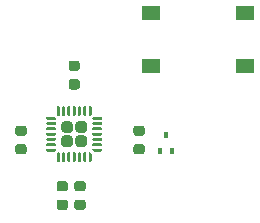
<source format=gbr>
G04 #@! TF.GenerationSoftware,KiCad,Pcbnew,(5.1.8)-1*
G04 #@! TF.CreationDate,2021-01-19T07:45:21+02:00*
G04 #@! TF.ProjectId,reverse,72657665-7273-4652-9e6b-696361645f70,rev?*
G04 #@! TF.SameCoordinates,Original*
G04 #@! TF.FileFunction,Paste,Top*
G04 #@! TF.FilePolarity,Positive*
%FSLAX46Y46*%
G04 Gerber Fmt 4.6, Leading zero omitted, Abs format (unit mm)*
G04 Created by KiCad (PCBNEW (5.1.8)-1) date 2021-01-19 07:45:21*
%MOMM*%
%LPD*%
G01*
G04 APERTURE LIST*
%ADD10R,0.400000X0.510000*%
%ADD11C,0.100000*%
%ADD12R,1.550000X1.300000*%
G04 APERTURE END LIST*
D10*
X149250000Y-60900000D03*
X148250000Y-60900000D03*
X148750000Y-59600000D03*
D11*
G36*
X139724693Y-57151201D02*
G01*
X139736418Y-57154758D01*
X139747223Y-57160533D01*
X139756694Y-57168306D01*
X139764467Y-57177777D01*
X139770242Y-57188582D01*
X139773799Y-57200307D01*
X139775000Y-57212500D01*
X139775000Y-57887500D01*
X139773799Y-57899693D01*
X139770242Y-57911418D01*
X139764467Y-57922223D01*
X139756694Y-57931694D01*
X139747223Y-57939467D01*
X139736418Y-57945242D01*
X139724693Y-57948799D01*
X139712500Y-57950000D01*
X139650888Y-57950000D01*
X139638695Y-57948799D01*
X139626970Y-57945242D01*
X139616165Y-57939467D01*
X139606694Y-57931694D01*
X139543306Y-57868306D01*
X139535533Y-57858835D01*
X139529758Y-57848030D01*
X139526201Y-57836305D01*
X139525000Y-57824112D01*
X139525000Y-57212500D01*
X139526201Y-57200307D01*
X139529758Y-57188582D01*
X139535533Y-57177777D01*
X139543306Y-57168306D01*
X139552777Y-57160533D01*
X139563582Y-57154758D01*
X139575307Y-57151201D01*
X139587500Y-57150000D01*
X139712500Y-57150000D01*
X139724693Y-57151201D01*
G37*
G36*
G01*
X139975000Y-57887500D02*
X139975000Y-57212500D01*
G75*
G02*
X140037500Y-57150000I62500J0D01*
G01*
X140162500Y-57150000D01*
G75*
G02*
X140225000Y-57212500I0J-62500D01*
G01*
X140225000Y-57887500D01*
G75*
G02*
X140162500Y-57950000I-62500J0D01*
G01*
X140037500Y-57950000D01*
G75*
G02*
X139975000Y-57887500I0J62500D01*
G01*
G37*
G36*
G01*
X140425000Y-57887500D02*
X140425000Y-57212500D01*
G75*
G02*
X140487500Y-57150000I62500J0D01*
G01*
X140612500Y-57150000D01*
G75*
G02*
X140675000Y-57212500I0J-62500D01*
G01*
X140675000Y-57887500D01*
G75*
G02*
X140612500Y-57950000I-62500J0D01*
G01*
X140487500Y-57950000D01*
G75*
G02*
X140425000Y-57887500I0J62500D01*
G01*
G37*
G36*
G01*
X140875000Y-57887500D02*
X140875000Y-57212500D01*
G75*
G02*
X140937500Y-57150000I62500J0D01*
G01*
X141062500Y-57150000D01*
G75*
G02*
X141125000Y-57212500I0J-62500D01*
G01*
X141125000Y-57887500D01*
G75*
G02*
X141062500Y-57950000I-62500J0D01*
G01*
X140937500Y-57950000D01*
G75*
G02*
X140875000Y-57887500I0J62500D01*
G01*
G37*
G36*
G01*
X141325000Y-57887500D02*
X141325000Y-57212500D01*
G75*
G02*
X141387500Y-57150000I62500J0D01*
G01*
X141512500Y-57150000D01*
G75*
G02*
X141575000Y-57212500I0J-62500D01*
G01*
X141575000Y-57887500D01*
G75*
G02*
X141512500Y-57950000I-62500J0D01*
G01*
X141387500Y-57950000D01*
G75*
G02*
X141325000Y-57887500I0J62500D01*
G01*
G37*
G36*
G01*
X141775000Y-57887500D02*
X141775000Y-57212500D01*
G75*
G02*
X141837500Y-57150000I62500J0D01*
G01*
X141962500Y-57150000D01*
G75*
G02*
X142025000Y-57212500I0J-62500D01*
G01*
X142025000Y-57887500D01*
G75*
G02*
X141962500Y-57950000I-62500J0D01*
G01*
X141837500Y-57950000D01*
G75*
G02*
X141775000Y-57887500I0J62500D01*
G01*
G37*
G36*
X142424693Y-57151201D02*
G01*
X142436418Y-57154758D01*
X142447223Y-57160533D01*
X142456694Y-57168306D01*
X142464467Y-57177777D01*
X142470242Y-57188582D01*
X142473799Y-57200307D01*
X142475000Y-57212500D01*
X142475000Y-57824112D01*
X142473799Y-57836305D01*
X142470242Y-57848030D01*
X142464467Y-57858835D01*
X142456694Y-57868306D01*
X142393306Y-57931694D01*
X142383835Y-57939467D01*
X142373030Y-57945242D01*
X142361305Y-57948799D01*
X142349112Y-57950000D01*
X142287500Y-57950000D01*
X142275307Y-57948799D01*
X142263582Y-57945242D01*
X142252777Y-57939467D01*
X142243306Y-57931694D01*
X142235533Y-57922223D01*
X142229758Y-57911418D01*
X142226201Y-57899693D01*
X142225000Y-57887500D01*
X142225000Y-57212500D01*
X142226201Y-57200307D01*
X142229758Y-57188582D01*
X142235533Y-57177777D01*
X142243306Y-57168306D01*
X142252777Y-57160533D01*
X142263582Y-57154758D01*
X142275307Y-57151201D01*
X142287500Y-57150000D01*
X142412500Y-57150000D01*
X142424693Y-57151201D01*
G37*
G36*
X143299693Y-58026201D02*
G01*
X143311418Y-58029758D01*
X143322223Y-58035533D01*
X143331694Y-58043306D01*
X143339467Y-58052777D01*
X143345242Y-58063582D01*
X143348799Y-58075307D01*
X143350000Y-58087500D01*
X143350000Y-58212500D01*
X143348799Y-58224693D01*
X143345242Y-58236418D01*
X143339467Y-58247223D01*
X143331694Y-58256694D01*
X143322223Y-58264467D01*
X143311418Y-58270242D01*
X143299693Y-58273799D01*
X143287500Y-58275000D01*
X142612500Y-58275000D01*
X142600307Y-58273799D01*
X142588582Y-58270242D01*
X142577777Y-58264467D01*
X142568306Y-58256694D01*
X142560533Y-58247223D01*
X142554758Y-58236418D01*
X142551201Y-58224693D01*
X142550000Y-58212500D01*
X142550000Y-58150888D01*
X142551201Y-58138695D01*
X142554758Y-58126970D01*
X142560533Y-58116165D01*
X142568306Y-58106694D01*
X142631694Y-58043306D01*
X142641165Y-58035533D01*
X142651970Y-58029758D01*
X142663695Y-58026201D01*
X142675888Y-58025000D01*
X143287500Y-58025000D01*
X143299693Y-58026201D01*
G37*
G36*
G01*
X142550000Y-58662500D02*
X142550000Y-58537500D01*
G75*
G02*
X142612500Y-58475000I62500J0D01*
G01*
X143287500Y-58475000D01*
G75*
G02*
X143350000Y-58537500I0J-62500D01*
G01*
X143350000Y-58662500D01*
G75*
G02*
X143287500Y-58725000I-62500J0D01*
G01*
X142612500Y-58725000D01*
G75*
G02*
X142550000Y-58662500I0J62500D01*
G01*
G37*
G36*
G01*
X142550000Y-59112500D02*
X142550000Y-58987500D01*
G75*
G02*
X142612500Y-58925000I62500J0D01*
G01*
X143287500Y-58925000D01*
G75*
G02*
X143350000Y-58987500I0J-62500D01*
G01*
X143350000Y-59112500D01*
G75*
G02*
X143287500Y-59175000I-62500J0D01*
G01*
X142612500Y-59175000D01*
G75*
G02*
X142550000Y-59112500I0J62500D01*
G01*
G37*
G36*
G01*
X142550000Y-59562500D02*
X142550000Y-59437500D01*
G75*
G02*
X142612500Y-59375000I62500J0D01*
G01*
X143287500Y-59375000D01*
G75*
G02*
X143350000Y-59437500I0J-62500D01*
G01*
X143350000Y-59562500D01*
G75*
G02*
X143287500Y-59625000I-62500J0D01*
G01*
X142612500Y-59625000D01*
G75*
G02*
X142550000Y-59562500I0J62500D01*
G01*
G37*
G36*
G01*
X142550000Y-60012500D02*
X142550000Y-59887500D01*
G75*
G02*
X142612500Y-59825000I62500J0D01*
G01*
X143287500Y-59825000D01*
G75*
G02*
X143350000Y-59887500I0J-62500D01*
G01*
X143350000Y-60012500D01*
G75*
G02*
X143287500Y-60075000I-62500J0D01*
G01*
X142612500Y-60075000D01*
G75*
G02*
X142550000Y-60012500I0J62500D01*
G01*
G37*
G36*
G01*
X142550000Y-60462500D02*
X142550000Y-60337500D01*
G75*
G02*
X142612500Y-60275000I62500J0D01*
G01*
X143287500Y-60275000D01*
G75*
G02*
X143350000Y-60337500I0J-62500D01*
G01*
X143350000Y-60462500D01*
G75*
G02*
X143287500Y-60525000I-62500J0D01*
G01*
X142612500Y-60525000D01*
G75*
G02*
X142550000Y-60462500I0J62500D01*
G01*
G37*
G36*
X143299693Y-60726201D02*
G01*
X143311418Y-60729758D01*
X143322223Y-60735533D01*
X143331694Y-60743306D01*
X143339467Y-60752777D01*
X143345242Y-60763582D01*
X143348799Y-60775307D01*
X143350000Y-60787500D01*
X143350000Y-60912500D01*
X143348799Y-60924693D01*
X143345242Y-60936418D01*
X143339467Y-60947223D01*
X143331694Y-60956694D01*
X143322223Y-60964467D01*
X143311418Y-60970242D01*
X143299693Y-60973799D01*
X143287500Y-60975000D01*
X142675888Y-60975000D01*
X142663695Y-60973799D01*
X142651970Y-60970242D01*
X142641165Y-60964467D01*
X142631694Y-60956694D01*
X142568306Y-60893306D01*
X142560533Y-60883835D01*
X142554758Y-60873030D01*
X142551201Y-60861305D01*
X142550000Y-60849112D01*
X142550000Y-60787500D01*
X142551201Y-60775307D01*
X142554758Y-60763582D01*
X142560533Y-60752777D01*
X142568306Y-60743306D01*
X142577777Y-60735533D01*
X142588582Y-60729758D01*
X142600307Y-60726201D01*
X142612500Y-60725000D01*
X143287500Y-60725000D01*
X143299693Y-60726201D01*
G37*
G36*
X142361305Y-61051201D02*
G01*
X142373030Y-61054758D01*
X142383835Y-61060533D01*
X142393306Y-61068306D01*
X142456694Y-61131694D01*
X142464467Y-61141165D01*
X142470242Y-61151970D01*
X142473799Y-61163695D01*
X142475000Y-61175888D01*
X142475000Y-61787500D01*
X142473799Y-61799693D01*
X142470242Y-61811418D01*
X142464467Y-61822223D01*
X142456694Y-61831694D01*
X142447223Y-61839467D01*
X142436418Y-61845242D01*
X142424693Y-61848799D01*
X142412500Y-61850000D01*
X142287500Y-61850000D01*
X142275307Y-61848799D01*
X142263582Y-61845242D01*
X142252777Y-61839467D01*
X142243306Y-61831694D01*
X142235533Y-61822223D01*
X142229758Y-61811418D01*
X142226201Y-61799693D01*
X142225000Y-61787500D01*
X142225000Y-61112500D01*
X142226201Y-61100307D01*
X142229758Y-61088582D01*
X142235533Y-61077777D01*
X142243306Y-61068306D01*
X142252777Y-61060533D01*
X142263582Y-61054758D01*
X142275307Y-61051201D01*
X142287500Y-61050000D01*
X142349112Y-61050000D01*
X142361305Y-61051201D01*
G37*
G36*
G01*
X141775000Y-61787500D02*
X141775000Y-61112500D01*
G75*
G02*
X141837500Y-61050000I62500J0D01*
G01*
X141962500Y-61050000D01*
G75*
G02*
X142025000Y-61112500I0J-62500D01*
G01*
X142025000Y-61787500D01*
G75*
G02*
X141962500Y-61850000I-62500J0D01*
G01*
X141837500Y-61850000D01*
G75*
G02*
X141775000Y-61787500I0J62500D01*
G01*
G37*
G36*
G01*
X141325000Y-61787500D02*
X141325000Y-61112500D01*
G75*
G02*
X141387500Y-61050000I62500J0D01*
G01*
X141512500Y-61050000D01*
G75*
G02*
X141575000Y-61112500I0J-62500D01*
G01*
X141575000Y-61787500D01*
G75*
G02*
X141512500Y-61850000I-62500J0D01*
G01*
X141387500Y-61850000D01*
G75*
G02*
X141325000Y-61787500I0J62500D01*
G01*
G37*
G36*
G01*
X140875000Y-61787500D02*
X140875000Y-61112500D01*
G75*
G02*
X140937500Y-61050000I62500J0D01*
G01*
X141062500Y-61050000D01*
G75*
G02*
X141125000Y-61112500I0J-62500D01*
G01*
X141125000Y-61787500D01*
G75*
G02*
X141062500Y-61850000I-62500J0D01*
G01*
X140937500Y-61850000D01*
G75*
G02*
X140875000Y-61787500I0J62500D01*
G01*
G37*
G36*
G01*
X140425000Y-61787500D02*
X140425000Y-61112500D01*
G75*
G02*
X140487500Y-61050000I62500J0D01*
G01*
X140612500Y-61050000D01*
G75*
G02*
X140675000Y-61112500I0J-62500D01*
G01*
X140675000Y-61787500D01*
G75*
G02*
X140612500Y-61850000I-62500J0D01*
G01*
X140487500Y-61850000D01*
G75*
G02*
X140425000Y-61787500I0J62500D01*
G01*
G37*
G36*
G01*
X139975000Y-61787500D02*
X139975000Y-61112500D01*
G75*
G02*
X140037500Y-61050000I62500J0D01*
G01*
X140162500Y-61050000D01*
G75*
G02*
X140225000Y-61112500I0J-62500D01*
G01*
X140225000Y-61787500D01*
G75*
G02*
X140162500Y-61850000I-62500J0D01*
G01*
X140037500Y-61850000D01*
G75*
G02*
X139975000Y-61787500I0J62500D01*
G01*
G37*
G36*
X139724693Y-61051201D02*
G01*
X139736418Y-61054758D01*
X139747223Y-61060533D01*
X139756694Y-61068306D01*
X139764467Y-61077777D01*
X139770242Y-61088582D01*
X139773799Y-61100307D01*
X139775000Y-61112500D01*
X139775000Y-61787500D01*
X139773799Y-61799693D01*
X139770242Y-61811418D01*
X139764467Y-61822223D01*
X139756694Y-61831694D01*
X139747223Y-61839467D01*
X139736418Y-61845242D01*
X139724693Y-61848799D01*
X139712500Y-61850000D01*
X139587500Y-61850000D01*
X139575307Y-61848799D01*
X139563582Y-61845242D01*
X139552777Y-61839467D01*
X139543306Y-61831694D01*
X139535533Y-61822223D01*
X139529758Y-61811418D01*
X139526201Y-61799693D01*
X139525000Y-61787500D01*
X139525000Y-61175888D01*
X139526201Y-61163695D01*
X139529758Y-61151970D01*
X139535533Y-61141165D01*
X139543306Y-61131694D01*
X139606694Y-61068306D01*
X139616165Y-61060533D01*
X139626970Y-61054758D01*
X139638695Y-61051201D01*
X139650888Y-61050000D01*
X139712500Y-61050000D01*
X139724693Y-61051201D01*
G37*
G36*
X139399693Y-60726201D02*
G01*
X139411418Y-60729758D01*
X139422223Y-60735533D01*
X139431694Y-60743306D01*
X139439467Y-60752777D01*
X139445242Y-60763582D01*
X139448799Y-60775307D01*
X139450000Y-60787500D01*
X139450000Y-60849112D01*
X139448799Y-60861305D01*
X139445242Y-60873030D01*
X139439467Y-60883835D01*
X139431694Y-60893306D01*
X139368306Y-60956694D01*
X139358835Y-60964467D01*
X139348030Y-60970242D01*
X139336305Y-60973799D01*
X139324112Y-60975000D01*
X138712500Y-60975000D01*
X138700307Y-60973799D01*
X138688582Y-60970242D01*
X138677777Y-60964467D01*
X138668306Y-60956694D01*
X138660533Y-60947223D01*
X138654758Y-60936418D01*
X138651201Y-60924693D01*
X138650000Y-60912500D01*
X138650000Y-60787500D01*
X138651201Y-60775307D01*
X138654758Y-60763582D01*
X138660533Y-60752777D01*
X138668306Y-60743306D01*
X138677777Y-60735533D01*
X138688582Y-60729758D01*
X138700307Y-60726201D01*
X138712500Y-60725000D01*
X139387500Y-60725000D01*
X139399693Y-60726201D01*
G37*
G36*
G01*
X138650000Y-60462500D02*
X138650000Y-60337500D01*
G75*
G02*
X138712500Y-60275000I62500J0D01*
G01*
X139387500Y-60275000D01*
G75*
G02*
X139450000Y-60337500I0J-62500D01*
G01*
X139450000Y-60462500D01*
G75*
G02*
X139387500Y-60525000I-62500J0D01*
G01*
X138712500Y-60525000D01*
G75*
G02*
X138650000Y-60462500I0J62500D01*
G01*
G37*
G36*
G01*
X138650000Y-60012500D02*
X138650000Y-59887500D01*
G75*
G02*
X138712500Y-59825000I62500J0D01*
G01*
X139387500Y-59825000D01*
G75*
G02*
X139450000Y-59887500I0J-62500D01*
G01*
X139450000Y-60012500D01*
G75*
G02*
X139387500Y-60075000I-62500J0D01*
G01*
X138712500Y-60075000D01*
G75*
G02*
X138650000Y-60012500I0J62500D01*
G01*
G37*
G36*
G01*
X138650000Y-59562500D02*
X138650000Y-59437500D01*
G75*
G02*
X138712500Y-59375000I62500J0D01*
G01*
X139387500Y-59375000D01*
G75*
G02*
X139450000Y-59437500I0J-62500D01*
G01*
X139450000Y-59562500D01*
G75*
G02*
X139387500Y-59625000I-62500J0D01*
G01*
X138712500Y-59625000D01*
G75*
G02*
X138650000Y-59562500I0J62500D01*
G01*
G37*
G36*
G01*
X138650000Y-59112500D02*
X138650000Y-58987500D01*
G75*
G02*
X138712500Y-58925000I62500J0D01*
G01*
X139387500Y-58925000D01*
G75*
G02*
X139450000Y-58987500I0J-62500D01*
G01*
X139450000Y-59112500D01*
G75*
G02*
X139387500Y-59175000I-62500J0D01*
G01*
X138712500Y-59175000D01*
G75*
G02*
X138650000Y-59112500I0J62500D01*
G01*
G37*
G36*
G01*
X138650000Y-58662500D02*
X138650000Y-58537500D01*
G75*
G02*
X138712500Y-58475000I62500J0D01*
G01*
X139387500Y-58475000D01*
G75*
G02*
X139450000Y-58537500I0J-62500D01*
G01*
X139450000Y-58662500D01*
G75*
G02*
X139387500Y-58725000I-62500J0D01*
G01*
X138712500Y-58725000D01*
G75*
G02*
X138650000Y-58662500I0J62500D01*
G01*
G37*
G36*
X139336305Y-58026201D02*
G01*
X139348030Y-58029758D01*
X139358835Y-58035533D01*
X139368306Y-58043306D01*
X139431694Y-58106694D01*
X139439467Y-58116165D01*
X139445242Y-58126970D01*
X139448799Y-58138695D01*
X139450000Y-58150888D01*
X139450000Y-58212500D01*
X139448799Y-58224693D01*
X139445242Y-58236418D01*
X139439467Y-58247223D01*
X139431694Y-58256694D01*
X139422223Y-58264467D01*
X139411418Y-58270242D01*
X139399693Y-58273799D01*
X139387500Y-58275000D01*
X138712500Y-58275000D01*
X138700307Y-58273799D01*
X138688582Y-58270242D01*
X138677777Y-58264467D01*
X138668306Y-58256694D01*
X138660533Y-58247223D01*
X138654758Y-58236418D01*
X138651201Y-58224693D01*
X138650000Y-58212500D01*
X138650000Y-58087500D01*
X138651201Y-58075307D01*
X138654758Y-58063582D01*
X138660533Y-58052777D01*
X138668306Y-58043306D01*
X138677777Y-58035533D01*
X138688582Y-58029758D01*
X138700307Y-58026201D01*
X138712500Y-58025000D01*
X139324112Y-58025000D01*
X139336305Y-58026201D01*
G37*
G36*
G01*
X141115000Y-60342500D02*
X141115000Y-59857500D01*
G75*
G02*
X141357500Y-59615000I242500J0D01*
G01*
X141842500Y-59615000D01*
G75*
G02*
X142085000Y-59857500I0J-242500D01*
G01*
X142085000Y-60342500D01*
G75*
G02*
X141842500Y-60585000I-242500J0D01*
G01*
X141357500Y-60585000D01*
G75*
G02*
X141115000Y-60342500I0J242500D01*
G01*
G37*
G36*
G01*
X141115000Y-59142500D02*
X141115000Y-58657500D01*
G75*
G02*
X141357500Y-58415000I242500J0D01*
G01*
X141842500Y-58415000D01*
G75*
G02*
X142085000Y-58657500I0J-242500D01*
G01*
X142085000Y-59142500D01*
G75*
G02*
X141842500Y-59385000I-242500J0D01*
G01*
X141357500Y-59385000D01*
G75*
G02*
X141115000Y-59142500I0J242500D01*
G01*
G37*
G36*
G01*
X139915000Y-60342500D02*
X139915000Y-59857500D01*
G75*
G02*
X140157500Y-59615000I242500J0D01*
G01*
X140642500Y-59615000D01*
G75*
G02*
X140885000Y-59857500I0J-242500D01*
G01*
X140885000Y-60342500D01*
G75*
G02*
X140642500Y-60585000I-242500J0D01*
G01*
X140157500Y-60585000D01*
G75*
G02*
X139915000Y-60342500I0J242500D01*
G01*
G37*
G36*
G01*
X139915000Y-59142500D02*
X139915000Y-58657500D01*
G75*
G02*
X140157500Y-58415000I242500J0D01*
G01*
X140642500Y-58415000D01*
G75*
G02*
X140885000Y-58657500I0J-242500D01*
G01*
X140885000Y-59142500D01*
G75*
G02*
X140642500Y-59385000I-242500J0D01*
G01*
X140157500Y-59385000D01*
G75*
G02*
X139915000Y-59142500I0J242500D01*
G01*
G37*
D12*
X155475000Y-53750000D03*
X155475000Y-49250000D03*
X147525000Y-49250000D03*
X147525000Y-53750000D03*
G36*
G01*
X146243750Y-60350000D02*
X146756250Y-60350000D01*
G75*
G02*
X146975000Y-60568750I0J-218750D01*
G01*
X146975000Y-61006250D01*
G75*
G02*
X146756250Y-61225000I-218750J0D01*
G01*
X146243750Y-61225000D01*
G75*
G02*
X146025000Y-61006250I0J218750D01*
G01*
X146025000Y-60568750D01*
G75*
G02*
X146243750Y-60350000I218750J0D01*
G01*
G37*
G36*
G01*
X146243750Y-58775000D02*
X146756250Y-58775000D01*
G75*
G02*
X146975000Y-58993750I0J-218750D01*
G01*
X146975000Y-59431250D01*
G75*
G02*
X146756250Y-59650000I-218750J0D01*
G01*
X146243750Y-59650000D01*
G75*
G02*
X146025000Y-59431250I0J218750D01*
G01*
X146025000Y-58993750D01*
G75*
G02*
X146243750Y-58775000I218750J0D01*
G01*
G37*
G36*
G01*
X140743750Y-54850000D02*
X141256250Y-54850000D01*
G75*
G02*
X141475000Y-55068750I0J-218750D01*
G01*
X141475000Y-55506250D01*
G75*
G02*
X141256250Y-55725000I-218750J0D01*
G01*
X140743750Y-55725000D01*
G75*
G02*
X140525000Y-55506250I0J218750D01*
G01*
X140525000Y-55068750D01*
G75*
G02*
X140743750Y-54850000I218750J0D01*
G01*
G37*
G36*
G01*
X140743750Y-53275000D02*
X141256250Y-53275000D01*
G75*
G02*
X141475000Y-53493750I0J-218750D01*
G01*
X141475000Y-53931250D01*
G75*
G02*
X141256250Y-54150000I-218750J0D01*
G01*
X140743750Y-54150000D01*
G75*
G02*
X140525000Y-53931250I0J218750D01*
G01*
X140525000Y-53493750D01*
G75*
G02*
X140743750Y-53275000I218750J0D01*
G01*
G37*
G36*
G01*
X139743750Y-65050000D02*
X140256250Y-65050000D01*
G75*
G02*
X140475000Y-65268750I0J-218750D01*
G01*
X140475000Y-65706250D01*
G75*
G02*
X140256250Y-65925000I-218750J0D01*
G01*
X139743750Y-65925000D01*
G75*
G02*
X139525000Y-65706250I0J218750D01*
G01*
X139525000Y-65268750D01*
G75*
G02*
X139743750Y-65050000I218750J0D01*
G01*
G37*
G36*
G01*
X139743750Y-63475000D02*
X140256250Y-63475000D01*
G75*
G02*
X140475000Y-63693750I0J-218750D01*
G01*
X140475000Y-64131250D01*
G75*
G02*
X140256250Y-64350000I-218750J0D01*
G01*
X139743750Y-64350000D01*
G75*
G02*
X139525000Y-64131250I0J218750D01*
G01*
X139525000Y-63693750D01*
G75*
G02*
X139743750Y-63475000I218750J0D01*
G01*
G37*
G36*
G01*
X141243750Y-65050000D02*
X141756250Y-65050000D01*
G75*
G02*
X141975000Y-65268750I0J-218750D01*
G01*
X141975000Y-65706250D01*
G75*
G02*
X141756250Y-65925000I-218750J0D01*
G01*
X141243750Y-65925000D01*
G75*
G02*
X141025000Y-65706250I0J218750D01*
G01*
X141025000Y-65268750D01*
G75*
G02*
X141243750Y-65050000I218750J0D01*
G01*
G37*
G36*
G01*
X141243750Y-63475000D02*
X141756250Y-63475000D01*
G75*
G02*
X141975000Y-63693750I0J-218750D01*
G01*
X141975000Y-64131250D01*
G75*
G02*
X141756250Y-64350000I-218750J0D01*
G01*
X141243750Y-64350000D01*
G75*
G02*
X141025000Y-64131250I0J218750D01*
G01*
X141025000Y-63693750D01*
G75*
G02*
X141243750Y-63475000I218750J0D01*
G01*
G37*
G36*
G01*
X136243750Y-60350000D02*
X136756250Y-60350000D01*
G75*
G02*
X136975000Y-60568750I0J-218750D01*
G01*
X136975000Y-61006250D01*
G75*
G02*
X136756250Y-61225000I-218750J0D01*
G01*
X136243750Y-61225000D01*
G75*
G02*
X136025000Y-61006250I0J218750D01*
G01*
X136025000Y-60568750D01*
G75*
G02*
X136243750Y-60350000I218750J0D01*
G01*
G37*
G36*
G01*
X136243750Y-58775000D02*
X136756250Y-58775000D01*
G75*
G02*
X136975000Y-58993750I0J-218750D01*
G01*
X136975000Y-59431250D01*
G75*
G02*
X136756250Y-59650000I-218750J0D01*
G01*
X136243750Y-59650000D01*
G75*
G02*
X136025000Y-59431250I0J218750D01*
G01*
X136025000Y-58993750D01*
G75*
G02*
X136243750Y-58775000I218750J0D01*
G01*
G37*
M02*

</source>
